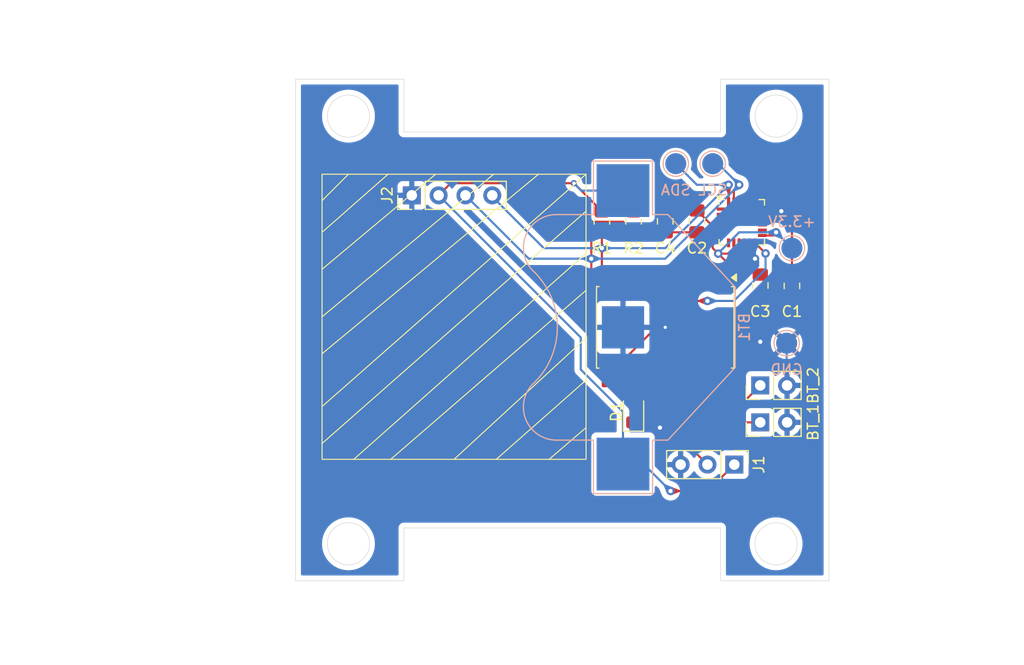
<source format=kicad_pcb>
(kicad_pcb (version 20240108) (generator "pcbnew") (generator_version "8.0")
  (layers (0 "F.Cu" signal) (31 "B.Cu" signal) (34 "B.Paste" user) (35 "F.Paste" user) (36 "B.SilkS" user "B.Silkscreen") (37 "F.SilkS" user "F.Silkscreen") (38 "B.Mask" user) (39 "F.Mask" user) (44 "Edge.Cuts" user))
  (net 0 "")
  (net 1 "+3.3V")
  (net 2 "GND")
  (net 3 "Net-(U2-CPOUT)")
  (net 4 "Net-(U2-REGOUT)")
  (net 5 "UPDI")
  (net 6 "SDA")
  (net 7 "SCL")
  (net 12 "MPU_INT")
  (net 33 "Net-(D1-A)")
  (net 34 "BT_1")
  (net 35 "BT_2")
  (footprint "Capacitor_SMD:C_0805_2012Metric_Pad1.18x1.45mm_HandSolder" (layer "F.Cu") (at 184 80.0375 -90)
    (property "Reference" "C3" (at 2.4625 0 180) (layer "F.SilkS"))
    (property "Value" "0.1pf" (hide yes))
    (fp_line (start -0.261252 0.735) (end 0.261252 0.735) (stroke (width 0.12)) (layer "F.SilkS"))
    (fp_line (start -0.261252 -0.735) (end 0.261252 -0.735) (stroke (width 0.12)) (layer "F.SilkS"))
    (pad "1" smd roundrect (at -1.0375 0 270) (size 1.175 1.45) (layers "F.Cu" "F.Paste" "F.Mask") (roundrect_rratio 0.212766) (net 4 "Net-(U2-REGOUT)"))
    (pad "2" smd roundrect (at 1.0375 0 270) (size 1.175 1.45) (layers "F.Cu" "F.Paste" "F.Mask") (roundrect_rratio 0.212766) (net 2 "GND"))
  )
  (footprint "Capacitor_SMD:C_0805_2012Metric_Pad1.18x1.45mm_HandSolder" (layer "F.Cu") (at 187 80.075 -90)
    (property "Reference" "C1" (at 2.425 0 180) (layer "F.SilkS"))
    (property "Value" "2.2nf" (hide yes))
    (fp_line (start -0.261252 0.735) (end 0.261252 0.735) (stroke (width 0.12)) (layer "F.SilkS"))
    (fp_line (start -0.261252 -0.735) (end 0.261252 -0.735) (stroke (width 0.12)) (layer "F.SilkS"))
    (pad "1" smd roundrect (at -1.0375 0 270) (size 1.175 1.45) (layers "F.Cu" "F.Paste" "F.Mask") (roundrect_rratio 0.212766) (net 3 "Net-(U2-CPOUT)"))
    (pad "2" smd roundrect (at 1.0375 0 270) (size 1.175 1.45) (layers "F.Cu" "F.Paste" "F.Mask") (roundrect_rratio 0.212766) (net 2 "GND"))
  )
  (footprint "Connector_PinHeader_2.54mm:PinHeader_1x02_P2.54mm_Vertical" (layer "F.Cu") (at 184 89.5 90)
    (property "Reference" "J4" (hide yes))
    (property "Value" "BT_2" (at 0 5 270) (layer "F.SilkS"))
    (fp_line (start -1.33 -1.33) (end 0 -1.33) (stroke (width 0.12)) (layer "F.SilkS"))
    (fp_line (start -1.33 0) (end -1.33 -1.33) (stroke (width 0.12)) (layer "F.SilkS"))
    (fp_line (start 1.33 1.27) (end 1.33 3.87) (stroke (width 0.12)) (layer "F.SilkS"))
    (fp_line (start -1.33 1.27) (end 1.33 1.27) (stroke (width 0.12)) (layer "F.SilkS"))
    (fp_line (start -1.33 1.27) (end -1.33 3.87) (stroke (width 0.12)) (layer "F.SilkS"))
    (fp_line (start -1.33 3.87) (end 1.33 3.87) (stroke (width 0.12)) (layer "F.SilkS"))
    (pad "1" thru_hole rect (at 0 0 90) (size 1.7 1.7) (drill 1) (layers "*.Cu" "*.Mask") (net 35 "BT_2"))
    (pad "2" thru_hole oval (at 0 2.54 90) (size 1.7 1.7) (drill 1) (layers "*.Cu" "*.Mask") (net 2 "GND"))
  )
  (footprint "LED_SMD:LED_0805_2012Metric_Pad1.15x1.40mm_HandSolder" (layer "F.Cu") (at 172 91.975 90)
    (property "Reference" "D1" (at 0 -1.65 270) (layer "F.SilkS"))
    (property "Value" "STAT_LED")
    (fp_line (start 1 -0.96) (end -1.86 -0.96) (stroke (width 0.12)) (layer "F.SilkS"))
    (fp_line (start -1.86 -0.96) (end -1.86 0.96) (stroke (width 0.12)) (layer "F.SilkS"))
    (fp_line (start -1.86 0.96) (end 1 0.96) (stroke (width 0.12)) (layer "F.SilkS"))
    (pad "1" smd roundrect (at -1.025 0 90) (size 1.15 1.4) (layers "F.Cu" "F.Paste" "F.Mask") (roundrect_rratio 0.217391) (net 2 "GND"))
    (pad "2" smd roundrect (at 1.025 0 90) (size 1.15 1.4) (layers "F.Cu" "F.Paste" "F.Mask") (roundrect_rratio 0.217391) (net 33 "Net-(D1-A)"))
  )
  (footprint "Capacitor_SMD:C_0805_2012Metric_Pad1.18x1.45mm_HandSolder" (layer "F.Cu") (at 178 73.9625 -90)
    (property "Reference" "C2" (at 2.5375 0 180) (layer "F.SilkS"))
    (property "Value" "0.1pf" (hide yes))
    (fp_line (start -0.261252 0.735) (end 0.261252 0.735) (stroke (width 0.12)) (layer "F.SilkS"))
    (fp_line (start -0.261252 -0.735) (end 0.261252 -0.735) (stroke (width 0.12)) (layer "F.SilkS"))
    (pad "1" smd roundrect (at -1.0375 0 270) (size 1.175 1.45) (layers "F.Cu" "F.Paste" "F.Mask") (roundrect_rratio 0.212766) (net 1 "+3.3V"))
    (pad "2" smd roundrect (at 1.0375 0 270) (size 1.175 1.45) (layers "F.Cu" "F.Paste" "F.Mask") (roundrect_rratio 0.212766) (net 2 "GND"))
  )
  (footprint "Connector_PinHeader_2.54mm:PinHeader_1x02_P2.54mm_Vertical" (layer "F.Cu") (at 184 93 90)
    (property "Reference" "J3" (hide yes))
    (property "Value" "BT_1" (at 0 5 270) (layer "F.SilkS"))
    (fp_line (start -1.33 -1.33) (end 0 -1.33) (stroke (width 0.12)) (layer "F.SilkS"))
    (fp_line (start -1.33 0) (end -1.33 -1.33) (stroke (width 0.12)) (layer "F.SilkS"))
    (fp_line (start 1.33 1.27) (end 1.33 3.87) (stroke (width 0.12)) (layer "F.SilkS"))
    (fp_line (start -1.33 1.27) (end 1.33 1.27) (stroke (width 0.12)) (layer "F.SilkS"))
    (fp_line (start -1.33 1.27) (end -1.33 3.87) (stroke (width 0.12)) (layer "F.SilkS"))
    (fp_line (start -1.33 3.87) (end 1.33 3.87) (stroke (width 0.12)) (layer "F.SilkS"))
    (pad "1" thru_hole rect (at 0 0 90) (size 1.7 1.7) (drill 1) (layers "*.Cu" "*.Mask") (net 34 "BT_1"))
    (pad "2" thru_hole oval (at 0 2.54 90) (size 1.7 1.7) (drill 1) (layers "*.Cu" "*.Mask") (net 2 "GND"))
  )
  (footprint "Connector_PinHeader_2.54mm:PinHeader_1x03_P2.54mm_Vertical" (layer "F.Cu") (at 181.54 97 -90)
    (property "Reference" "J1" (at 0 -2.33 90) (layer "F.SilkS"))
    (property "Value" "UPDI")
    (fp_line (start -1.33 6.41) (end 1.33 6.41) (stroke (width 0.12)) (layer "F.SilkS"))
    (fp_line (start -1.33 1.27) (end -1.33 6.41) (stroke (width 0.12)) (layer "F.SilkS"))
    (fp_line (start -1.33 1.27) (end 1.33 1.27) (stroke (width 0.12)) (layer "F.SilkS"))
    (fp_line (start 1.33 1.27) (end 1.33 6.41) (stroke (width 0.12)) (layer "F.SilkS"))
    (fp_line (start -1.33 0) (end -1.33 -1.33) (stroke (width 0.12)) (layer "F.SilkS"))
    (fp_line (start -1.33 -1.33) (end 0 -1.33) (stroke (width 0.12)) (layer "F.SilkS"))
    (pad "1" thru_hole rect (at 0 0 270) (size 1.7 1.7) (drill 1) (layers "*.Cu" "*.Mask") (net 1 "+3.3V"))
    (pad "2" thru_hole oval (at 0 2.54 270) (size 1.7 1.7) (drill 1) (layers "*.Cu" "*.Mask") (net 5 "UPDI"))
    (pad "3" thru_hole oval (at 0 5.08 270) (size 1.7 1.7) (drill 1) (layers "*.Cu" "*.Mask") (net 2 "GND"))
  )
  (footprint "Resistor_SMD:R_0805_2012Metric_Pad1.20x1.40mm_HandSolder" (layer "F.Cu") (at 172 74 -90)
    (property "Reference" "R2" (at 2.5 0 180) (layer "F.SilkS"))
    (property "Value" "1.8k" (hide yes))
    (fp_line (start -0.227064 0.735) (end 0.227064 0.735) (stroke (width 0.12)) (layer "F.SilkS"))
    (fp_line (start -0.227064 -0.735) (end 0.227064 -0.735) (stroke (width 0.12)) (layer "F.SilkS"))
    (pad "1" smd roundrect (at -1 0 270) (size 1.2 1.4) (layers "F.Cu" "F.Paste" "F.Mask") (roundrect_rratio 0.208333) (net 1 "+3.3V"))
    (pad "2" smd roundrect (at 1 0 270) (size 1.2 1.4) (layers "F.Cu" "F.Paste" "F.Mask") (roundrect_rratio 0.208333) (net 7 "SCL"))
  )
  (footprint "Capacitor_SMD:C_0805_2012Metric_Pad1.18x1.45mm_HandSolder" (layer "F.Cu") (at 175 73.9625 -90)
    (property "Reference" "C4" (at 2.5375 0 180) (layer "F.SilkS"))
    (property "Value" "10nf" (hide yes))
    (fp_line (start -0.261252 0.735) (end 0.261252 0.735) (stroke (width 0.12)) (layer "F.SilkS"))
    (fp_line (start -0.261252 -0.735) (end 0.261252 -0.735) (stroke (width 0.12)) (layer "F.SilkS"))
    (pad "1" smd roundrect (at -1.0375 0 270) (size 1.175 1.45) (layers "F.Cu" "F.Paste" "F.Mask") (roundrect_rratio 0.212766) (net 1 "+3.3V"))
    (pad "2" smd roundrect (at 1.0375 0 270) (size 1.175 1.45) (layers "F.Cu" "F.Paste" "F.Mask") (roundrect_rratio 0.212766) (net 2 "GND"))
  )
  (footprint "Package_SO:SOIC-20W_7.5x12.8mm_P1.27mm" (layer "F.Cu") (at 175 84 -90)
    (property "Reference" "U1" (hide yes))
    (property "Value" "ATtiny416-S")
    (fp_line (start -3.86 6.51) (end -3.86 6.275) (stroke (width 0.12)) (layer "F.SilkS"))
    (fp_line (start 0 6.51) (end -3.86 6.51) (stroke (width 0.12)) (layer "F.SilkS"))
    (fp_line (start 0 6.51) (end 3.86 6.51) (stroke (width 0.12)) (layer "F.SilkS"))
    (fp_line (start 3.86 6.51) (end 3.86 6.275) (stroke (width 0.12)) (layer "F.SilkS"))
    (fp_line (start -3.86 -6.51) (end -3.86 -6.275) (stroke (width 0.12)) (layer "F.SilkS"))
    (fp_line (start 0 -6.51) (end -3.86 -6.51) (stroke (width 0.12)) (layer "F.SilkS"))
    (fp_line (start 0 -6.51) (end 3.86 -6.51) (stroke (width 0.12)) (layer "F.SilkS"))
    (fp_line (start 3.86 -6.51) (end 3.86 -6.275) (stroke (width 0.12)) (layer "F.SilkS"))
    (fp_poly (pts (xy -4.7125 -6.275) (xy -5.0525 -6.745) (xy -4.3725 -6.745) (xy -4.7125 -6.275)) (stroke (width 0.12)) (fill solid) (layer "F.SilkS"))
    (pad "1" smd roundrect (at -4.65 -5.715 270) (size 2.05 0.6) (layers "F.Cu" "F.Paste" "F.Mask") (net 1 "+3.3V"))
    (pad "2" smd roundrect (at -4.65 -4.445 270) (size 2.05 0.6) (layers "F.Cu" "F.Paste" "F.Mask"))
    (pad "3" smd roundrect (at -4.65 -3.175 270) (size 2.05 0.6) (layers "F.Cu" "F.Paste" "F.Mask"))
    (pad "4" smd roundrect (at -4.65 -1.905 270) (size 2.05 0.6) (layers "F.Cu" "F.Paste" "F.Mask"))
    (pad "5" smd roundrect (at -4.65 -0.635 270) (size 2.05 0.6) (layers "F.Cu" "F.Paste" "F.Mask"))
    (pad "6" smd roundrect (at -4.65 0.635 270) (size 2.05 0.6) (layers "F.Cu" "F.Paste" "F.Mask"))
    (pad "7" smd roundrect (at -4.65 1.905 270) (size 2.05 0.6) (layers "F.Cu" "F.Paste" "F.Mask"))
    (pad "8" smd roundrect (at -4.65 3.175 270) (size 2.05 0.6) (layers "F.Cu" "F.Paste" "F.Mask"))
    (pad "9" smd roundrect (at -4.65 4.445 270) (size 2.05 0.6) (layers "F.Cu" "F.Paste" "F.Mask"))
    (pad "10" smd roundrect (at -4.65 5.715 270) (size 2.05 0.6) (layers "F.Cu" "F.Paste" "F.Mask") (net 6 "SDA"))
    (pad "11" smd roundrect (at 4.65 5.715 270) (size 2.05 0.6) (layers "F.Cu" "F.Paste" "F.Mask") (net 7 "SCL"))
    (pad "12" smd roundrect (at 4.65 4.445 270) (size 2.05 0.6) (layers "F.Cu" "F.Paste" "F.Mask") (net 12 "MPU_INT"))
    (pad "13" smd roundrect (at 4.65 3.175 270) (size 2.05 0.6) (layers "F.Cu" "F.Paste" "F.Mask") (net 33 "Net-(D1-A)"))
    (pad "14" smd roundrect (at 4.65 1.905 270) (size 2.05 0.6) (layers "F.Cu" "F.Paste" "F.Mask"))
    (pad "15" smd roundrect (at 4.65 0.635 270) (size 2.05 0.6) (layers "F.Cu" "F.Paste" "F.Mask"))
    (pad "16" smd roundrect (at 4.65 -0.635 270) (size 2.05 0.6) (layers "F.Cu" "F.Paste" "F.Mask") (net 5 "UPDI"))
    (pad "17" smd roundrect (at 4.65 -1.905 270) (size 2.05 0.6) (layers "F.Cu" "F.Paste" "F.Mask") (net 34 "BT_1"))
    (pad "18" smd roundrect (at 4.65 -3.175 270) (size 2.05 0.6) (layers "F.Cu" "F.Paste" "F.Mask") (net 35 "BT_2"))
    (pad "19" smd roundrect (at 4.65 -4.445 270) (size 2.05 0.6) (layers "F.Cu" "F.Paste" "F.Mask"))
    (pad "20" smd roundrect (at 4.65 -5.715 270) (size 2.05 0.6) (layers "F.Cu" "F.Paste" "F.Mask") (net 2 "GND"))
  )
  (footprint "Sensor_Motion:InvenSense_QFN-24_4x4mm_P0.5mm" (layer "F.Cu") (at 182.25 74.05)
    (property "Reference" "U2" (hide yes))
    (property "Value" "MPU-6050")
    (fp_line (start -2.15 -1.685) (end -2.15 -1.91) (stroke (width 0.12)) (layer "F.SilkS"))
    (fp_line (start -2.15 2.15) (end -2.15 1.625) (stroke (width 0.12)) (layer "F.SilkS"))
    (fp_line (start -2.15 2.15) (end -1.625 2.15) (stroke (width 0.12)) (layer "F.SilkS"))
    (fp_line (start -1.625 -2.15) (end -1.85 -2.15) (stroke (width 0.12)) (layer "F.SilkS"))
    (fp_line (start 2.15 -2.15) (end 1.625 -2.15) (stroke (width 0.12)) (layer "F.SilkS"))
    (fp_line (start 2.15 -2.15) (end 2.15 -1.625) (stroke (width 0.12)) (layer "F.SilkS"))
    (fp_line (start 2.15 2.15) (end 1.625 2.15) (stroke (width 0.12)) (layer "F.SilkS"))
    (fp_line (start 2.15 2.15) (end 2.15 1.625) (stroke (width 0.12)) (layer "F.SilkS"))
    (fp_poly (pts (xy -2.15 -2.15) (xy -2.39 -2.48) (xy -1.91 -2.48) (xy -2.15 -2.15)) (stroke (width 0.12)) (fill solid) (layer "F.SilkS"))
    (pad "1" smd roundrect (at -1.95 -1.25) (size 0.85 0.3) (layers "F.Cu" "F.Paste" "F.Mask") (net 2 "GND"))
    (pad "2" smd roundrect (at -1.95 -0.75) (size 0.85 0.3) (layers "F.Cu" "F.Paste" "F.Mask"))
    (pad "3" smd roundrect (at -1.95 -0.25) (size 0.85 0.3) (layers "F.Cu" "F.Paste" "F.Mask"))
    (pad "4" smd roundrect (at -1.95 0.25) (size 0.85 0.3) (layers "F.Cu" "F.Paste" "F.Mask"))
    (pad "5" smd roundrect (at -1.95 0.75) (size 0.85 0.3) (layers "F.Cu" "F.Paste" "F.Mask"))
    (pad "6" smd roundrect (at -1.95 1.25) (size 0.85 0.3) (layers "F.Cu" "F.Paste" "F.Mask"))
    (pad "7" smd roundrect (at -1.25 1.95 90) (size 0.85 0.3) (layers "F.Cu" "F.Paste" "F.Mask"))
    (pad "8" smd roundrect (at -0.75 1.95 90) (size 0.85 0.3) (layers "F.Cu" "F.Paste" "F.Mask") (net 1 "+3.3V"))
    (pad "9" smd roundrect (at -0.25 1.95 90) (size 0.85 0.3) (layers "F.Cu" "F.Paste" "F.Mask") (net 2 "GND"))
    (pad "10" smd roundrect (at 0.25 1.95 90) (size 0.85 0.3) (layers "F.Cu" "F.Paste" "F.Mask") (net 4 "Net-(U2-REGOUT)"))
    (pad "11" smd roundrect (at 0.75 1.95 90) (size 0.85 0.3) (layers "F.Cu" "F.Paste" "F.Mask") (net 2 "GND"))
    (pad "12" smd roundrect (at 1.25 1.95 90) (size 0.85 0.3) (layers "F.Cu" "F.Paste" "F.Mask") (net 12 "MPU_INT"))
    (pad "13" smd roundrect (at 1.95 1.25) (size 0.85 0.3) (layers "F.Cu" "F.Paste" "F.Mask") (net 1 "+3.3V"))
    (pad "14" smd roundrect (at 1.95 0.75) (size 0.85 0.3) (layers "F.Cu" "F.Paste" "F.Mask"))
    (pad "15" smd roundrect (at 1.95 0.25) (size 0.85 0.3) (layers "F.Cu" "F.Paste" "F.Mask"))
    (pad "16" smd roundrect (at 1.95 -0.25) (size 0.85 0.3) (layers "F.Cu" "F.Paste" "F.Mask"))
    (pad "17" smd roundrect (at 1.95 -0.75) (size 0.85 0.3) (layers "F.Cu" "F.Paste" "F.Mask"))
    (pad "18" smd roundrect (at 1.95 -1.25) (size 0.85 0.3) (layers "F.Cu" "F.Paste" "F.Mask") (net 2 "GND"))
    (pad "19" smd roundrect (at 1.25 -1.95 90) (size 0.85 0.3) (layers "F.Cu" "F.Paste" "F.Mask"))
    (pad "20" smd roundrect (at 0.75 -1.95 90) (size 0.85 0.3) (layers "F.Cu" "F.Paste" "F.Mask") (net 3 "Net-(U2-CPOUT)"))
    (pad "21" smd roundrect (at 0.25 -1.95 90) (size 0.85 0.3) (layers "F.Cu" "F.Paste" "F.Mask"))
    (pad "22" smd roundrect (at -0.25 -1.95 90) (size 0.85 0.3) (layers "F.Cu" "F.Paste" "F.Mask"))
    (pad "23" smd roundrect (at -0.75 -1.95 90) (size 0.85 0.3) (layers "F.Cu" "F.Paste" "F.Mask") (net 7 "SCL"))
    (pad "24" smd roundrect (at -1.25 -1.95 90) (size 0.85 0.3) (layers "F.Cu" "F.Paste" "F.Mask") (net 6 "SDA"))
  )
  (footprint "Connector_PinHeader_2.54mm:PinHeader_1x04_P2.54mm_Vertical" (layer "F.Cu") (at 151 71.5 90)
    (property "Reference" "J2" (at 0 -2.33 270) (layer "F.SilkS"))
    (property "Value" "Display ")
    (fp_line (start -1.33 -1.33) (end 0 -1.33) (stroke (width 0.12)) (layer "F.SilkS"))
    (fp_line (start -1.33 0) (end -1.33 -1.33) (stroke (width 0.12)) (layer "F.SilkS"))
    (fp_line (start 1.33 1.27) (end 1.33 8.95) (stroke (width 0.12)) (layer "F.SilkS"))
    (fp_line (start -1.33 1.27) (end 1.33 1.27) (stroke (width 0.12)) (layer "F.SilkS"))
    (fp_line (start -1.33 1.27) (end -1.33 8.95) (stroke (width 0.12)) (layer "F.SilkS"))
    (fp_line (start -1.33 8.95) (end 1.33 8.95) (stroke (width 0.12)) (layer "F.SilkS"))
    (pad "1" thru_hole rect (at 0 0 90) (size 1.7 1.7) (drill 1) (layers "*.Cu" "*.Mask") (net 2 "GND"))
    (pad "2" thru_hole oval (at 0 2.54 90) (size 1.7 1.7) (drill 1) (layers "*.Cu" "*.Mask") (net 1 "+3.3V"))
    (pad "3" thru_hole oval (at 0 5.08 90) (size 1.7 1.7) (drill 1) (layers "*.Cu" "*.Mask") (net 7 "SCL"))
    (pad "4" thru_hole oval (at 0 7.62 90) (size 1.7 1.7) (drill 1) (layers "*.Cu" "*.Mask") (net 6 "SDA"))
  )
  (footprint "Resistor_SMD:R_0805_2012Metric_Pad1.20x1.40mm_HandSolder" (layer "F.Cu") (at 169 74 -90)
    (property "Reference" "R1" (at 2.5 0 180) (layer "F.SilkS"))
    (property "Value" "1.8k" (hide yes))
    (fp_line (start -0.227064 0.735) (end 0.227064 0.735) (stroke (width 0.12)) (layer "F.SilkS"))
    (fp_line (start -0.227064 -0.735) (end 0.227064 -0.735) (stroke (width 0.12)) (layer "F.SilkS"))
    (pad "1" smd roundrect (at -1 0 270) (size 1.2 1.4) (layers "F.Cu" "F.Paste" "F.Mask") (roundrect_rratio 0.208333) (net 1 "+3.3V"))
    (pad "2" smd roundrect (at 1 0 270) (size 1.2 1.4) (layers "F.Cu" "F.Paste" "F.Mask") (roundrect_rratio 0.208333) (net 6 "SDA"))
  )
  (footprint "TestPoint:TestPoint_Pad_D2.0mm" (layer "B.Cu") (at 186.5 85.5 180)
    (property "Reference" "TP4" (hide yes))
    (property "Value" "GND" (at 0 -2.5 180) (layer "B.SilkS") (effects (justify mirror)))
    (fp_circle (center 0 0) (end 0 -1.2) (stroke (width 0.12)) (fill none) (layer "B.SilkS"))
    (pad "1" smd circle (at 0 0 180) (size 2 2) (layers "B.Cu" "B.Mask") (net 2 "GND"))
  )
  (footprint "TestPoint:TestPoint_Pad_D2.0mm" (layer "B.Cu") (at 187 76.5 180)
    (property "Reference" "TP3" (hide yes))
    (property "Value" "+3.3V" (at 0 2.5 180) (layer "B.SilkS") (effects (justify mirror)))
    (fp_circle (center 0 0) (end 0 -1.2) (stroke (width 0.12)) (fill none) (layer "B.SilkS"))
    (pad "1" smd circle (at 0 0 180) (size 2 2) (layers "B.Cu" "B.Mask") (net 1 "+3.3V"))
  )
  (footprint "TestPoint:TestPoint_Pad_D2.0mm" (layer "B.Cu") (at 179.5 68.5 180)
    (property "Reference" "TP1" (hide yes))
    (property "Value" "SCL" (at 0 -2.5 180) (layer "B.SilkS") (effects (justify mirror)))
    (fp_circle (center 0 0) (end 0 -1.2) (stroke (width 0.12)) (fill none) (layer "B.SilkS"))
    (pad "1" smd circle (at 0 0 180) (size 2 2) (layers "B.Cu" "B.Mask") (net 7 "SCL"))
  )
  (footprint "TestPoint:TestPoint_Pad_D2.0mm" (layer "B.Cu") (at 176 68.5 180)
    (property "Reference" "TP2" (hide yes))
    (property "Value" "SDA" (at 0 -2.5 180) (layer "B.SilkS") (effects (justify mirror)))
    (fp_circle (center 0 0) (end 0 -1.2) (stroke (width 0.12)) (fill none) (layer "B.SilkS"))
    (pad "1" smd circle (at 0 0 180) (size 2 2) (layers "B.Cu" "B.Mask") (net 6 "SDA"))
  )
  (footprint "Battery:BatteryHolder_Multicomp_BC-2001_1x2032" (layer "B.Cu") (at 171 84 -90)
    (property "Reference" "BT1" (at 0 -11.5 90) (layer "B.SilkS") (effects (justify mirror)))
    (property "Value" "CR2032")
    (fp_line (start 10.68 6.35) (end 10.68 2.8) (stroke (width 0.12)) (layer "B.SilkS"))
    (fp_line (start -10.68 6.28) (end -10.68 2.8) (stroke (width 0.12)) (layer "B.SilkS"))
    (fp_line (start -15.75 2.8) (end -15.75 -2.8) (stroke (width 0.12)) (layer "B.SilkS"))
    (fp_line (start -10.68 2.8) (end -15.75 2.8) (stroke (width 0.12)) (layer "B.SilkS"))
    (fp_line (start 10.68 2.8) (end 15.75 2.8) (stroke (width 0.12)) (layer "B.SilkS"))
    (fp_line (start 15.75 2.8) (end 15.75 -2.8) (stroke (width 0.12)) (layer "B.SilkS"))
    (fp_line (start -10.68 -2.8) (end -15.75 -2.8) (stroke (width 0.12)) (layer "B.SilkS"))
    (fp_line (start 15.75 -2.8) (end 10.68 -2.8) (stroke (width 0.12)) (layer "B.SilkS"))
    (fp_line (start -10.68 -4.25) (end -10.68 -2.8) (stroke (width 0.12)) (layer "B.SilkS"))
    (fp_line (start 10.68 -4.25) (end 10.68 -2.8) (stroke (width 0.12)) (layer "B.SilkS"))
    (fp_line (start -3.8 -10.63) (end -10.68 -4.25) (stroke (width 0.12)) (layer "B.SilkS"))
    (fp_line (start -3.8 -10.63) (end 3.8 -10.63) (stroke (width 0.12)) (layer "B.SilkS"))
    (fp_line (start 3.8 -10.63) (end 10.68 -4.25) (stroke (width 0.12)) (layer "B.SilkS"))
    (fp_arc (start -5.180001 8.339999) (mid -8.637972 9.23169) (end -10.677058 6.3) (stroke (width 0.12)) (layer "B.SilkS"))
    (fp_arc (start -5.169999 8.330001) (mid 0.096808 6.218103) (end 5.306422 8.467392) (stroke (width 0.12)) (layer "B.SilkS"))
    (fp_arc (start 10.68 6.3) (mid 8.734461 9.197232) (end 5.316452 8.492753) (stroke (width 0.12)) (layer "B.SilkS"))
    (pad "1" smd rect (at -12.95 0 270) (size 5 5) (layers "B.Cu" "B.Paste" "B.Mask") (net 1 "+3.3V"))
    (pad "1" smd rect (at 12.95 0 270) (size 5 5) (layers "B.Cu" "B.Paste" "B.Mask") (net 1 "+3.3V"))
    (pad "2" smd rect (at 0 0 270) (size 4 4) (layers "B.Cu" "B.Paste" "B.Mask") (net 2 "GND"))
  )
  (gr_line (start 145.5 96.5) (end 167.5 77) (stroke (width 0.1)) (layer "F.SilkS"))
  (gr_line (start 158.75 69.5) (end 142.5 83) (stroke (width 0.1)) (layer "F.SilkS"))
  (gr_line (start 159 96.5) (end 167.5 89) (stroke (width 0.1)) (layer "F.SilkS"))
  (gr_line (start 149 96.5) (end 167.5 80.5) (stroke (width 0.1)) (layer "F.SilkS"))
  (gr_line (start 145 69.5) (end 142.5 72) (stroke (width 0.1)) (layer "F.SilkS"))
  (gr_line (start 148.75 69.5) (end 142.5 75) (stroke (width 0.1)) (layer "F.SilkS"))
  (gr_line (start 153.25 69.5) (end 142.5 78.5) (stroke (width 0.1)) (layer "F.SilkS"))
  (gr_line (start 164 96.5) (end 167.5 93.5) (stroke (width 0.1)) (layer "F.SilkS"))
  (gr_line (start 163 69.5) (end 142.5 86.5) (stroke (width 0.1)) (layer "F.SilkS"))
  (gr_line (start 142.5 91.5) (end 167.5 69.5) (stroke (width 0.1)) (layer "F.SilkS"))
  (gr_line (start 155 96.5) (end 167.5 85) (stroke (width 0.1)) (layer "F.SilkS"))
  (gr_rect (start 142.5 69.5) (end 167.5 96.5) (stroke (width 0.1)) (fill none) (layer "F.SilkS"))
  (gr_line (start 142.5 95) (end 167.5 73) (stroke (width 0.1)) (layer "F.SilkS"))
  (gr_line (start 180.25 103) (end 150.25 103) (stroke (width 0.05)) (layer "Edge.Cuts"))
  (gr_line (start 180.25 65.5) (end 150.25 65.5) (stroke (width 0.05)) (layer "Edge.Cuts"))
  (gr_line (start 180.25 103) (end 180.25 108) (stroke (width 0.05)) (layer "Edge.Cuts"))
  (gr_line (start 150.25 60.5) (end 150.25 65.5) (stroke (width 0.05)) (layer "Edge.Cuts"))
  (gr_line (start 140 60.5) (end 150.25 60.5) (stroke (width 0.05)) (layer "Edge.Cuts"))
  (gr_line (start 140 65.5) (end 140 103) (stroke (width 0.05)) (layer "Edge.Cuts"))
  (gr_line (start 190.5 108) (end 190.5 103) (stroke (width 0.05)) (layer "Edge.Cuts"))
  (gr_line (start 190.5 103) (end 190.5 65.5) (stroke (width 0.05)) (layer "Edge.Cuts"))
  (gr_circle (center 185.5 104.5) (end 185.5 106.5) (stroke (width 0.05)) (fill none) (layer "Edge.Cuts"))
  (gr_line (start 180.25 65.5) (end 180.25 60.5) (stroke (width 0.05)) (layer "Edge.Cuts"))
  (gr_circle (center 145 64) (end 145 66) (stroke (width 0.05)) (fill none) (layer "Edge.Cuts"))
  (gr_circle (center 145 104.5) (end 145 106.5) (stroke (width 0.05)) (fill none) (layer "Edge.Cuts"))
  (gr_line (start 180.25 60.5) (end 190.5 60.5) (stroke (width 0.05)) (layer "Edge.Cuts"))
  (gr_line (start 140 65.5) (end 140 60.5) (stroke (width 0.05)) (layer "Edge.Cuts"))
  (gr_line (start 180.25 108) (end 190.5 108) (stroke (width 0.05)) (layer "Edge.Cuts"))
  (gr_line (start 140 103) (end 140 108) (stroke (width 0.05)) (layer "Edge.Cuts"))
  (gr_line (start 150.25 108) (end 150.25 103) (stroke (width 0.05)) (layer "Edge.Cuts"))
  (gr_line (start 190.5 60.5) (end 190.5 65.5) (stroke (width 0.05)) (layer "Edge.Cuts"))
  (gr_line (start 140 108) (end 150.25 108) (stroke (width 0.05)) (layer "Edge.Cuts"))
  (gr_circle (center 185.5 64) (end 185.5 66) (stroke (width 0.05)) (fill none) (layer "Edge.Cuts"))
  (segment (start 169 73) (end 172 73) (width 0.2) (layer "F.Cu") (net 1))
  (segment (start 181.5 76) (end 181.5 76.45741) (width 0.2) (layer "F.Cu") (net 1))
  (segment (start 185.2 75.3) (end 184.2 75.3) (width 0.2) (layer "F.Cu") (net 1))
  (segment (start 180.715 79.35) (end 180.715 77.715) (width 0.2) (layer "F.Cu") (net 1))
  (segment (start 180.715 77.715) (end 180.019516 77.019516) (width 0.2) (layer "F.Cu") (net 1))
  (segment (start 180.937894 77.019516) (end 180.019516 77.019516) (width 0.2) (layer "F.Cu") (net 1))
  (segment (start 179.04 99.5) (end 175.5 99.5) (width 0.2) (layer "F.Cu") (net 1))
  (segment (start 179.5 76.5) (end 179.5 74.425) (width 0.2) (layer "F.Cu") (net 1))
  (segment (start 185.5 75) (end 185.2 75.3) (width 0.2) (layer "F.Cu") (net 1))
  (segment (start 180.019516 77.019516) (end 179.5 76.5) (width 0.2) (layer "F.Cu") (net 1))
  (segment (start 166.35 70.35) (end 169 73) (width 0.2) (layer "F.Cu") (net 1))
  (segment (start 181.5 76.45741) (end 180.937894 77.019516) (width 0.2) (layer "F.Cu") (net 1))
  (segment (start 175.5 72.925) (end 178 72.925) (width 0.2) (layer "F.Cu") (net 1))
  (segment (start 153.54 71.5) (end 154.69 70.35) (width 0.2) (layer "F.Cu") (net 1))
  (segment (start 154.69 70.35) (end 166.35 70.35) (width 0.2) (layer "F.Cu") (net 1))
  (segment (start 179.5 74.425) (end 178 72.925) (width 0.2) (layer "F.Cu") (net 1))
  (segment (start 181.54 97) (end 179.04 99.5) (width 0.2) (layer "F.Cu") (net 1))
  (via (at 180.019516 77.019516) (size 0.8) (drill 0.4) (layers "F.Cu" "B.Cu") (net 1))
  (via (at 175.5 99.5) (size 0.8) (drill 0.4) (layers "F.Cu" "B.Cu") (net 1))
  (via (at 185.5 75) (size 0.8) (drill 0.4) (layers "F.Cu" "B.Cu") (net 1))
  (via (at 166.35 70.35) (size 0.6) (drill 0.3) (layers "F.Cu" "B.Cu") (net 1))
  (segment (start 182 75) (end 180 77) (width 0.2) (layer "B.Cu") (net 1))
  (segment (start 185 75) (end 182 75) (width 0.2) (layer "B.Cu") (net 1))
  (segment (start 171 96.95) (end 172.95 96.95) (width 0.2) (layer "B.Cu") (net 1))
  (segment (start 171 92) (end 167 88) (width 0.2) (layer "B.Cu") (net 1))
  (segment (start 187 76.5) (end 185.5 75) (width 0.2) (layer "B.Cu") (net 1))
  (segment (start 172.95 96.95) (end 175.5 99.5) (width 0.2) (layer "B.Cu") (net 1))
  (segment (start 171 71.05) (end 167.05 71.05) (width 0.2) (layer "B.Cu") (net 1))
  (segment (start 167.05 71.05) (end 166.35 70.35) (width 0.2) (layer "B.Cu") (net 1))
  (segment (start 171 96.95) (end 171 92) (width 0.2) (layer "B.Cu") (net 1))
  (segment (start 180 77) (end 180.019516 77.019516) (width 0.2) (layer "B.Cu") (net 1))
  (segment (start 185.5 75) (end 185 75) (width 0.2) (layer "B.Cu") (net 1))
  (segment (start 167 84.96) (end 153.54 71.5) (width 0.2) (layer "B.Cu") (net 1))
  (segment (start 167 88) (end 167 84.96) (width 0.2) (layer "B.Cu") (net 1))
  (segment (start 174.5 93.5) (end 174 93) (width 0.2) (layer "F.Cu") (net 2))
  (segment (start 184 81.075) (end 184 85.365) (width 0.2) (layer "F.Cu") (net 2))
  (segment (start 177.089999 84) (end 180.715 87.625001) (width 0.2) (layer "F.Cu") (net 2))
  (segment (start 185.8 72.8) (end 186 73) (width 0.2) (layer "F.Cu") (net 2))
  (segment (start 175.5 75) (end 178 75) (width 0.2) (layer "F.Cu") (net 2))
  (segment (start 184 81.075) (end 184.9625 81.075) (width 0.2) (layer "F.Cu") (net 2))
  (segment (start 175.257919 97) (end 176.46 97) (width 0.2) (layer "F.Cu") (net 2))
  (segment (start 183 77) (end 183 76) (width 0.2) (layer "F.Cu") (net 2))
  (segment (start 187 81.1125) (end 185 81.1125) (width 0.2) (layer "F.Cu") (net 2))
  (segment (start 180.715 87.625001) (end 180.715 88.65) (width 0.2) (layer "F.Cu") (net 2))
  (segment (start 174.5 93.5) (end 174.5 96.242081) (width 0.2) (layer "F.Cu") (net 2))
  (segment (start 174 93) (end 172 93) (width 0.2) (layer "F.Cu") (net 2))
  (segment (start 184.2 72.8) (end 185.8 72.8) (width 0.2) (layer "F.Cu") (net 2))
  (segment (start 175 84) (end 177.089999 84) (width 0.2) (layer "F.Cu") (net 2))
  (segment (start 184.9625 81.075) (end 185 81.1125) (width 0.2) (layer "F.Cu") (net 2))
  (segment (start 174.5 96.242081) (end 175.257919 97) (width 0.2) (layer "F.Cu") (net 2))
  (segment (start 184 85.365) (end 180.715 88.65) (width 0.2) (layer "F.Cu") (net 2))
  (segment (start 183.5 77.5) (end 183 77) (width 0.2) (layer "F.Cu") (net 2))
  (via (at 184 85.365) (size 0.8) (drill 0.4) (layers "F.Cu" "B.Cu") (net 2))
  (via (at 175 84) (size 0.6) (drill 0.3) (layers "F.Cu" "B.Cu") (net 2))
  (via (at 186 73) (size 0.8) (drill 0.4) (layers "F.Cu" "B.Cu") (net 2))
  (via (at 183.5 77.5) (size 0.8) (drill 0.4) (layers "F.Cu" "B.Cu") (net 2))
  (via (at 174.5 93.5) (size 0.8) (drill 0.4) (layers "F.Cu" "B.Cu") (net 2))
  (segment (start 186.5 85.5) (end 186.5 89.46) (width 0.2) (layer "B.Cu") (net 2))
  (segment (start 186.54 89.5) (end 186.54 93) (width 0.2) (layer "B.Cu") (net 2))
  (segment (start 186.5 89.46) (end 186.54 89.5) (width 0.2) (layer "B.Cu") (net 2))
  (segment (start 171 84) (end 175 84) (width 0.2) (layer "B.Cu") (net 2))
  (segment (start 187 73) (end 185.375 71.375) (width 0.2) (layer "F.Cu") (net 3))
  (segment (start 187 79.0375) (end 187 73) (width 0.2) (layer "F.Cu") (net 3))
  (segment (start 183 71.64259) (end 183 72.1) (width 0.2) (layer "F.Cu") (net 3))
  (segment (start 183.26759 71.375) (end 183 71.64259) (width 0.2) (layer "F.Cu") (net 3))
  (segment (start 185.375 71.375) (end 183.26759 71.375) (width 0.2) (layer "F.Cu") (net 3))
  (segment (start 182.5 77.5) (end 182.5 76) (width 0.2) (layer "F.Cu") (net 4))
  (segment (start 184 79) (end 182.5 77.5) (width 0.2) (layer "F.Cu") (net 4))
  (segment (start 179 97) (end 175.635 93.635) (width 0.2) (layer "F.Cu") (net 5))
  (segment (start 175.635 93.635) (end 175.635 88.65) (width 0.2) (layer "F.Cu") (net 5))
  (segment (start 169 79.065) (end 169.285 79.35) (width 0.2) (layer "F.Cu") (net 6))
  (segment (start 169 75) (end 169 79.065) (width 0.2) (layer "F.Cu") (net 6))
  (segment (start 181 70.5) (end 181 72.1) (width 0.2) (layer "F.Cu") (net 6))
  (via (at 181 70.5) (size 0.8) (drill 0.4) (layers "F.Cu" "B.Cu") (net 6))
  (via (at 169 76.5) (size 0.8) (drill 0.4) (layers "F.Cu" "B.Cu") (net 6))
  (segment (start 175 76.5) (end 181 70.5) (width 0.2) (layer "B.Cu") (net 6))
  (segment (start 181 70.5) (end 178 70.5) (width 0.2) (layer "B.Cu") (net 6))
  (segment (start 178 70.5) (end 176 68.5) (width 0.2) (layer "B.Cu") (net 6))
  (segment (start 169 76.5) (end 163.5 76.5) (width 0.2) (layer "B.Cu") (net 6))
  (segment (start 169 76.5) (end 175 76.5) (width 0.2) (layer "B.Cu") (net 6))
  (segment (start 163.5 76.5) (end 158.5 71.5) (width 0.2) (layer "B.Cu") (net 6))
  (segment (start 158.5 71.5) (end 158.62 71.5) (width 0.2) (layer "B.Cu") (net 6))
  (segment (start 172 75) (end 171 74) (width 0.2) (layer "F.Cu") (net 7))
  (segment (start 168.415256 74) (end 168 74.415256) (width 0.2) (layer "F.Cu") (net 7))
  (segment (start 168 87.365) (end 169.285 88.65) (width 0.2) (layer "F.Cu") (net 7))
  (segment (start 181.5 71) (end 181.5 72.1) (width 0.2) (layer "F.Cu") (net 7))
  (segment (start 171 74) (end 168.415256 74) (width 0.2) (layer "F.Cu") (net 7))
  (segment (start 182 70.5) (end 181.5 71) (width 0.2) (layer "F.Cu") (net 7))
  (segment (start 168 74.415256) (end 168 87.365) (width 0.2) (layer "F.Cu") (net 7))
  (via (at 182 70.5) (size 0.8) (drill 0.4) (layers "F.Cu" "B.Cu") (net 7))
  (via (at 168 77.5) (size 0.8) (drill 0.4) (layers "F.Cu" "B.Cu") (net 7))
  (segment (start 182 70.5) (end 180 68.5) (width 0.2) (layer "B.Cu") (net 7))
  (segment (start 168 77.5) (end 175 77.5) (width 0.2) (layer "B.Cu") (net 7))
  (segment (start 162.08 77.5) (end 168 77.5) (width 0.2) (layer "B.Cu") (net 7))
  (segment (start 156.08 71.5) (end 162.08 77.5) (width 0.2) (layer "B.Cu") (net 7))
  (segment (start 180 68.5) (end 179.5 68.5) (width 0.2) (layer "B.Cu") (net 7))
  (segment (start 175 77.5) (end 182 70.5) (width 0.2) (layer "B.Cu") (net 7))
  (segment (start 170.555 87.596471) (end 170.555 88.65) (width 0.2) (layer "F.Cu") (net 12))
  (segment (start 184.5 77) (end 183.5 76) (width 0.2) (layer "F.Cu") (net 12))
  (segment (start 179 81.5) (end 176.651471 81.5) (width 0.2) (layer "F.Cu") (net 12))
  (segment (start 176.651471 81.5) (end 170.555 87.596471) (width 0.2) (layer "F.Cu") (net 12))
  (via (at 184.5 77) (size 0.8) (drill 0.4) (layers "F.Cu" "B.Cu") (net 12))
  (via (at 179 81.5) (size 0.8) (drill 0.4) (layers "F.Cu" "B.Cu") (net 12))
  (segment (start 181.5 81.5) (end 179 81.5) (width 0.2) (layer "B.Cu") (net 12))
  (segment (start 184.5 77) (end 184.5 78.5) (width 0.2) (layer "B.Cu") (net 12))
  (segment (start 184.5 78.5) (end 181.5 81.5) (width 0.2) (layer "B.Cu") (net 12))
  (segment (start 172 90.95) (end 172 88.825) (width 0.2) (layer "F.Cu") (net 33))
  (segment (start 172 88.825) (end 171.825 88.65) (width 0.2) (layer "F.Cu") (net 33))
  (segment (start 176.905 89.674999) (end 176.905 88.65) (width 0.2) (layer "F.Cu") (net 34))
  (segment (start 180.230001 93) (end 176.905 89.674999) (width 0.2) (layer "F.Cu") (net 34))
  (segment (start 184 93) (end 180.230001 93) (width 0.2) (layer "F.Cu") (net 34))
  (segment (start 178.175 89.674999) (end 178.175 88.65) (width 0.2) (layer "F.Cu") (net 35))
  (segment (start 184 89.5) (end 182.5 91) (width 0.2) (layer "F.Cu") (net 35))
  (segment (start 179.500001 91) (end 178.175 89.674999) (width 0.2) (layer "F.Cu") (net 35))
  (segment (start 182.5 91) (end 179.500001 91) (width 0.2) (layer "F.Cu") (net 35))
  (zone (net 2) (net_name "GND") (layer "B.Cu") (connect_pads (clearance 0.5)) (min_thickness 0.25) (fill yes (thermal_gap 0.5) (thermal_bridge_width 0.5))
    (polygon (pts (xy 113 53) (xy 112 115) (xy 209 116) (xy 208 53)))
  )
)
</source>
